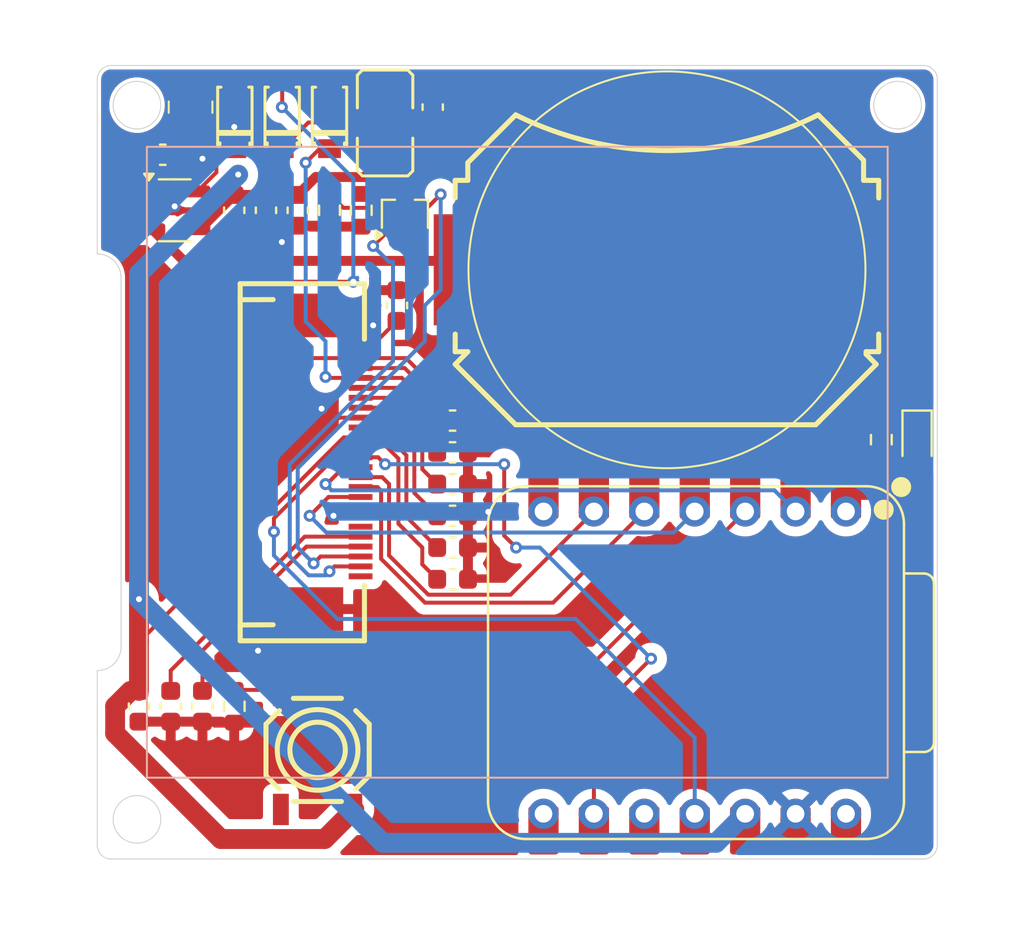
<source format=kicad_pcb>
(kicad_pcb (version 20241229) (generator "pcbnew") (generator_version "9.0")
  (layers (0 "F.Cu" signal) (2 "B.Cu" signal) (13 "F.Paste" user) (15 "B.Paste" user) (5 "F.SilkS" user "F.Silkscreen") (7 "B.SilkS" user "B.Silkscreen") (1 "F.Mask" user) (3 "B.Mask" user) (25 "Edge.Cuts" user))
  (net 0 "")
  (net 1 "BUSY")
  (net 2 "PREVGL")
  (net 3 "PREVGH")
  (net 4 "3.3V")
  (net 5 "Net-(D3-A)")
  (net 6 "SCKL")
  (net 7 "RST")
  (net 8 "SDI")
  (net 9 "CS")
  (net 10 "RESE")
  (net 11 "D{slash}C")
  (net 12 "GDR")
  (net 13 "Net-(U2-L)")
  (net 14 "BAT")
  (net 15 "Net-(D4-K)")
  (net 16 "Net-(D4-A)")
  (net 17 "Net-(D1-A)")
  (net 18 "Net-(SW1-K)")
  (net 21 "GND")
  (net 22 "Net-(C4-Pad2)")
  (net 23 "Net-(C5-Pad2)")
  (net 24 "Net-(C7-Pad2)")
  (net 25 "Net-(C8-Pad2)")
  (net 26 "Net-(C9-Pad2)")
  (net 27 "Net-(C11-Pad2)")
  (net 28 "Net-(C13-Pad2)")
  (footprint "LED_SMD:LED_0603_1608Metric" (layer "F.Cu") (at 138.8 116.38 -90)
    (property "Reference" "D4" (hide yes))
    (property "Value" "LED")
    (pad "1" smd roundrect (at -0.7875 0 270) (size 0.875 0.95) (layers "F.Cu" "F.Mask" "F.Paste") (net 15 "Net-(D4-K)"))
    (pad "2" smd roundrect (at 0.7875 0 270) (size 0.875 0.95) (layers "F.Cu" "F.Mask" "F.Paste") (net 16 "Net-(D4-A)"))
  )
  (footprint "Resistor_SMD:R_0603_1608Metric" (layer "F.Cu") (at 109.2 104.8 -90)
    (property "Reference" "R2" (hide yes))
    (property "Value" "10k")
    (pad "1" smd roundrect (at -0.825 0 270) (size 0.8 0.95) (layers "F.Cu" "F.Mask" "F.Paste") (net 12 "GDR"))
    (pad "2" smd roundrect (at 0.825 0 270) (size 0.8 0.95) (layers "F.Cu" "F.Mask" "F.Paste") (net 21 "GND"))
  )
  (footprint "MyLibrary:SOD-123_L2.8-W1.8-LS3.7-RD" (layer "F.Cu") (at 106.816 100 90)
    (property "Reference" "D2" (hide yes))
    (property "Value" "MBR0530" (hide yes))
    (pad "1" smd rect (at -1.692 0 90) (size 0.95 1.15) (layers "F.Cu" "F.Mask" "F.Paste") (net 17 "Net-(D1-A)"))
    (pad "2" smd rect (at 1.692 0 90) (size 0.95 1.15) (layers "F.Cu" "F.Mask" "F.Paste") (net 2 "PREVGL"))
  )
  (footprint "Capacitor_SMD:C_0603_1608Metric" (layer "F.Cu") (at 114.4 99.6 90)
    (property "Reference" "C1" (hide yes))
    (property "Value" "4.7uF")
    (pad "1" smd roundrect (at -0.775 0 90) (size 0.9 0.95) (layers "F.Cu" "F.Mask" "F.Paste") (net 17 "Net-(D1-A)"))
    (pad "2" smd roundrect (at 0.775 0 90) (size 0.9 0.95) (layers "F.Cu" "F.Mask" "F.Paste") (net 5 "Net-(D3-A)"))
  )
  (footprint "MyLibrary:SOD-123_L2.8-W1.8-LS3.7-RD" (layer "F.Cu") (at 104.432 100 90)
    (property "Reference" "D1" (hide yes))
    (property "Value" "MBR0530" (hide yes))
    (pad "1" smd rect (at -1.692 0 90) (size 0.95 1.15) (layers "F.Cu" "F.Mask" "F.Paste") (net 21 "GND"))
    (pad "2" smd rect (at 1.692 0 90) (size 0.95 1.15) (layers "F.Cu" "F.Mask" "F.Paste") (net 17 "Net-(D1-A)"))
  )
  (footprint "Resistor_SMD:R_0603_1608Metric" (layer "F.Cu") (at 104.4 129.8 90)
    (property "Reference" "R4" (hide yes))
    (property "Value" "10k")
    (pad "1" smd roundrect (at -0.825 0 90) (size 0.8 0.95) (layers "F.Cu" "F.Mask" "F.Paste") (net 21 "GND"))
    (pad "2" smd roundrect (at 0.825 0 90) (size 0.8 0.95) (layers "F.Cu" "F.Mask" "F.Paste") (net 18 "Net-(SW1-K)"))
  )
  (footprint "MyLibrary:BAT-SMD_MY-2032-08" (layer "F.Cu") (at 126.2 107.8 180)
    (property "Reference" "BT1" (hide yes))
    (property "Value" "Battery_Cell")
    (pad "1" smd rect (at -10.875 0 180) (size 1.75 5.6) (layers "F.Cu" "F.Mask" "F.Paste") (net 14 "BAT"))
    (pad "1" smd rect (at 10.875 0 180) (size 1.75 5.6) (layers "F.Cu" "F.Mask" "F.Paste") (net 14 "BAT"))
    (pad "2" smd circle (at 0 0 180) (size 10 10) (layers "F.Cu" "F.Mask" "F.Paste") (net 21 "GND"))
  )
  (footprint "Capacitor_SMD:C_0603_1608Metric" (layer "F.Cu") (at 115.4 115.4 180)
    (property "Reference" "C12" (hide yes))
    (property "Value" "1uF")
    (pad "1" smd roundrect (at -0.775 0 180) (size 0.9 0.95) (layers "F.Cu" "F.Mask" "F.Paste") (net 21 "GND"))
    (pad "2" smd roundrect (at 0.775 0 180) (size 0.9 0.95) (layers "F.Cu" "F.Mask" "F.Paste") (net 2 "PREVGL"))
  )
  (footprint "MyLibrary:IND-SMD_L2.5-W2.0-VLS252012CX-150M" (layer "F.Cu") (at 102.2 99.6 -90)
    (property "Reference" "L2" (hide yes))
    (property "Value" "4.7uH" (hide yes))
    (pad "1" smd rect (at -0.8299 0 270) (size 0.85 2) (layers "F.Cu" "F.Mask" "F.Paste") (net 13 "Net-(U2-L)"))
    (pad "2" smd rect (at 0.8299 0 270) (size 0.85 2) (layers "F.Cu" "F.Mask" "F.Paste") (net 14 "BAT"))
  )
  (footprint "Capacitor_SMD:C_0603_1608Metric" (layer "F.Cu") (at 104.4 104.8 -90)
    (property "Reference" "C15" (hide yes))
    (property "Value" "10uF")
    (pad "1" smd roundrect (at -0.775 0 270) (size 0.9 0.95) (layers "F.Cu" "F.Mask" "F.Paste") (net 4 "3.3V"))
    (pad "2" smd roundrect (at 0.775 0 270) (size 0.9 0.95) (layers "F.Cu" "F.Mask" "F.Paste") (net 21 "GND"))
  )
  (footprint "Capacitor_SMD:C_0603_1608Metric" (layer "F.Cu") (at 112.6 109.6 -90)
    (property "Reference" "C13" (hide yes))
    (property "Value" "1uF")
    (pad "1" smd roundrect (at -0.775 0 270) (size 0.9 0.95) (layers "F.Cu" "F.Mask" "F.Paste") (net 21 "GND"))
    (pad "2" smd roundrect (at 0.775 0 270) (size 0.9 0.95) (layers "F.Cu" "F.Mask" "F.Paste") (net 28 "Net-(C13-Pad2)"))
  )
  (footprint "Capacitor_SMD:C_0603_1608Metric" (layer "F.Cu") (at 115.4 117 180)
    (property "Reference" "C11" (hide yes))
    (property "Value" "1uF")
    (pad "1" smd roundrect (at -0.775 0 180) (size 0.9 0.95) (layers "F.Cu" "F.Mask" "F.Paste") (net 21 "GND"))
    (pad "2" smd roundrect (at 0.775 0 180) (size 0.9 0.95) (layers "F.Cu" "F.Mask" "F.Paste") (net 27 "Net-(C11-Pad2)"))
  )
  (footprint "Capacitor_SMD:C_0603_1608Metric" (layer "F.Cu") (at 107.6 104.8 -90)
    (property "Reference" "C2" (hide yes))
    (property "Value" "4.7uF")
    (pad "1" smd roundrect (at -0.775 0 270) (size 0.9 0.95) (layers "F.Cu" "F.Mask" "F.Paste") (net 4 "3.3V"))
    (pad "2" smd roundrect (at 0.775 0 270) (size 0.9 0.95) (layers "F.Cu" "F.Mask" "F.Paste") (net 21 "GND"))
  )
  (footprint "Resistor_SMD:R_0603_1608Metric" (layer "F.Cu") (at 110.8 104.8 -90)
    (property "Reference" "R1" (hide yes))
    (property "Value" "0.47")
    (pad "1" smd roundrect (at -0.825 0 270) (size 0.8 0.95) (layers "F.Cu" "F.Mask" "F.Paste") (net 10 "RESE"))
    (pad "2" smd roundrect (at 0.825 0 270) (size 0.8 0.95) (layers "F.Cu" "F.Mask" "F.Paste") (net 21 "GND"))
  )
  (footprint "MyLibrary:SOD-123_L2.8-W1.8-LS3.7-RD" (layer "F.Cu") (at 109.2 100 90)
    (property "Reference" "D3" (hide yes))
    (property "Value" "MBR0530" (hide yes))
    (pad "1" smd rect (at -1.692 0 90) (size 0.95 1.15) (layers "F.Cu" "F.Mask" "F.Paste") (net 3 "PREVGH"))
    (pad "2" smd rect (at 1.692 0 90) (size 0.95 1.15) (layers "F.Cu" "F.Mask" "F.Paste") (net 5 "Net-(D3-A)"))
  )
  (footprint "Package_TO_SOT_SMD:SOT-323_SC-70" (layer "F.Cu") (at 113 105 90)
    (property "Reference" "Q1" (hide yes))
    (property "Value" "SI1308EDL-VB")
    (pad "1" smd roundrect (at -1 -0.65) (size 0.45 0.7) (layers "F.Cu" "F.Mask" "F.Paste") (net 12 "GDR"))
    (pad "2" smd roundrect (at -1 0.65) (size 0.45 0.7) (layers "F.Cu" "F.Mask" "F.Paste") (net 10 "RESE"))
    (pad "3" smd roundrect (at 1 0) (size 0.45 0.7) (layers "F.Cu" "F.Mask" "F.Paste") (net 5 "Net-(D3-A)"))
  )
  (footprint "Seeed_XIAO:XIAO-nRF52840-DIP" (layer "F.Cu") (at 127.6 127.6 -90)
    (property "Reference" "U1" (hide yes))
    (property "Value" "XIAO-nRF52840-DIP")
    (pad "1" smd roundrect (at -8.455 -7.62 90) (size 2.432 1.524) (layers "F.Cu" "F.Mask") (roundrect_rratio 0.1) (net 16 "Net-(D4-A)"))
    (pad "1" thru_hole circle (at -7.62 -7.62 90) (size 1.524 1.524) (drill 0.889) (layers "*.Cu" "*.Mask") (net 16 "Net-(D4-A)"))
    (pad "2" smd roundrect (at -8.455 -5.08 90) (size 2.432 1.524) (layers "F.Cu" "F.Mask") (roundrect_rratio 0.1) (net 9 "CS"))
    (pad "2" thru_hole circle (at -7.62 -5.08 90) (size 1.524 1.524) (drill 0.889) (layers "*.Cu" "*.Mask") (net 9 "CS"))
    (pad "3" smd roundrect (at -8.455 -2.54 90) (size 2.432 1.524) (layers "F.Cu" "F.Mask") (roundrect_rratio 0.1) (net 18 "Net-(SW1-K)"))
    (pad "3" thru_hole circle (at -7.62 -2.54 90) (size 1.524 1.524) (drill 0.889) (layers "*.Cu" "*.Mask") (net 18 "Net-(SW1-K)"))
    (pad "4" smd roundrect (at -8.455 0 90) (size 2.432 1.524) (layers "F.Cu" "F.Mask") (roundrect_rratio 0.1) (net 1 "BUSY"))
    (pad "4" thru_hole circle (at -7.62 0 90) (size 1.524 1.524) (drill 0.889) (layers "*.Cu" "*.Mask") (net 1 "BUSY"))
    (pad "5" smd roundrect (at -8.455 2.54 90) (size 2.432 1.524) (layers "F.Cu" "F.Mask") (roundrect_rratio 0.1) (net 7 "RST"))
    (pad "5" thru_hole circle (at -7.62 2.54 90) (size 1.524 1.524) (drill 0.889) (layers "*.Cu" "*.Mask") (net 7 "RST"))
    (pad "6" smd roundrect (at -8.455 5.08 90) (size 2.432 1.524) (layers "F.Cu" "F.Mask") (roundrect_rratio 0.1) (net 11 "D{slash}C"))
    (pad "6" thru_hole circle (at -7.62 5.08 90) (size 1.524 1.524) (drill 0.889) (layers "*.Cu" "*.Mask") (net 11 "D{slash}C"))
    (pad "7" smd roundrect (at -8.455 7.62 90) (size 2.432 1.524) (layers "F.Cu" "F.Mask") (roundrect_rratio 0.1))
    (pad "7" thru_hole circle (at -7.62 7.62 90) (size 1.524 1.524) (drill 0.889) (layers "*.Cu" "*.Mask"))
    (pad "8" thru_hole circle (at 7.62 7.62 270) (size 1.524 1.524) (drill 0.889) (layers "*.Cu" "*.Mask"))
    (pad "8" smd roundrect (at 8.455 7.62 270) (size 2.432 1.524) (layers "F.Cu" "F.Mask") (roundrect_rratio 0.1))
    (pad "9" thru_hole circle (at 7.62 5.08 270) (size 1.524 1.524) (drill 0.889) (layers "*.Cu" "*.Mask") (net 6 "SCKL"))
    (pad "9" smd roundrect (at 8.455 5.08 270) (size 2.432 1.524) (layers "F.Cu" "F.Mask") (roundrect_rratio 0.1) (net 6 "SCKL"))
    (pad "10" thru_hole circle (at 7.62 2.54 270) (size 1.524 1.524) (drill 0.889) (layers "*.Cu" "*.Mask"))
    (pad "10" smd roundrect (at 8.455 2.54 270) (size 2.432 1.524) (layers "F.Cu" "F.Mask") (roundrect_rratio 0.1))
    (pad "11" thru_hole circle (at 7.62 0 270) (size 1.524 1.524) (drill 0.889) (layers "*.Cu" "*.Mask") (net 8 "SDI"))
    (pad "11" smd roundrect (at 8.455 0 270) (size 2.432 1.524) (layers "F.Cu" "F.Mask") (roundrect_rratio 0.1) (net 8 "SDI"))
    (pad "12" thru_hole circle (at 7.62 -2.54 270) (size 1.524 1.524) (drill 0.889) (layers "*.Cu" "*.Mask") (net 4 "3.3V"))
    (pad "12" smd roundrect (at 8.455 -2.54 270) (size 2.432 1.524) (layers "F.Cu" "F.Mask") (roundrect_rratio 0.1) (net 4 "3.3V"))
    (pad "13" thru_hole circle (at 7.62 -5.08 270) (size 1.524 1.524) (drill 0.889) (layers "*.Cu" "*.Mask") (net 21 "GND"))
    (pad "13" smd roundrect (at 8.455 -5.08 270) (size 2.432 1.524) (layers "F.Cu" "F.Mask") (roundrect_rratio 0.1) (net 21 "GND"))
    (pad "14" thru_hole circle (at 7.62 -7.62 270) (size 1.524 1.524) (drill 0.889) (layers "*.Cu" "*.Mask"))
    (pad "14" smd roundrect (at 8.455 -7.62 270) (size 2.432 1.524) (layers "F.Cu" "F.Mask") (roundrect_rratio 0.1))
  )
  (footprint "MyLibrary:C76843" (layer "F.Cu") (at 112 100.4 -90)
    (property "Reference" "L1" (hide yes))
    (property "Value" "68uH" (hide yes))
    (pad "1" smd rect (at -1.703 0 90) (size 1.474 2.22) (layers "F.Cu" "F.Mask" "F.Paste") (net 5 "Net-(D3-A)"))
    (pad "2" smd rect (at 1.703 0 90) (size 1.474 2.22) (layers "F.Cu" "F.Mask" "F.Paste") (net 4 "3.3V"))
  )
  (footprint "MyLibrary:SW-SMD_4P-L5.2-W5.2-P3.70-LS6.4" (layer "F.Cu") (at 108.6 132 -90)
    (property "Reference" "SW1" (hide yes))
    (property "Value" "SW_MEC_5E")
    (pad "1" smd rect (at -3 -1.85 270) (size 1.58 0.8) (layers "F.Cu" "F.Mask" "F.Paste"))
    (pad "2" smd rect (at 3 -1.85 270) (size 1.58 0.8) (layers "F.Cu" "F.Mask" "F.Paste") (net 4 "3.3V"))
    (pad "3" smd rect (at -3 1.85 270) (size 1.58 0.8) (layers "F.Cu" "F.Mask" "F.Paste") (net 18 "Net-(SW1-K)"))
    (pad "4" smd rect (at 3 1.85 270) (size 1.58 0.8) (layers "F.Cu" "F.Mask" "F.Paste"))
  )
  (footprint "Capacitor_SMD:C_0603_1608Metric" (layer "F.Cu") (at 106 104.8 90)
    (property "Reference" "C3" (hide yes))
    (property "Value" "1uF")
    (pad "1" smd roundrect (at -0.775 0 90) (size 0.9 0.95) (layers "F.Cu" "F.Mask" "F.Paste") (net 21 "GND"))
    (pad "2" smd roundrect (at 0.775 0 90) (size 0.9 0.95) (layers "F.Cu" "F.Mask" "F.Paste") (net 4 "3.3V"))
  )
  (footprint "Capacitor_SMD:C_0603_1608Metric" (layer "F.Cu") (at 101.2 129.8 90)
    (property "Reference" "C5" (hide yes))
    (property "Value" "1uF")
    (pad "1" smd roundrect (at -0.775 0 90) (size 0.9 0.95) (layers "F.Cu" "F.Mask" "F.Paste") (net 21 "GND"))
    (pad "2" smd roundrect (at 0.775 0 90) (size 0.9 0.95) (layers "F.Cu" "F.Mask" "F.Paste") (net 23 "Net-(C5-Pad2)"))
  )
  (footprint "MyLibrary:FPC-SMD_AFC07-S24ECA-00" (layer "F.Cu") (at 109.5 117.5 -90)
    (property "Reference" "FPC1" (hide yes))
    (property "Value" "~")
    (pad "1" smd rect (at -5.75 -1.266 90) (size 0.3 1.2) (layers "F.Cu" "F.Mask" "F.Paste") (net 28 "Net-(C13-Pad2)"))
    (pad "2" smd rect (at -5.2495 -1.266 90) (size 0.3 1.2) (layers "F.Cu" "F.Mask" "F.Paste") (net 2 "PREVGL"))
    (pad "3" smd rect (at -4.749 -1.266 90) (size 0.3 1.2) (layers "F.Cu" "F.Mask" "F.Paste") (net 27 "Net-(C11-Pad2)"))
    (pad "4" smd rect (at -4.2515 -1.266 90) (size 0.3 1.2) (layers "F.Cu" "F.Mask" "F.Paste") (net 3 "PREVGH"))
    (pad "5" smd rect (at -3.751 -1.266 90) (size 0.3 1.2) (layers "F.Cu" "F.Mask" "F.Paste") (net 26 "Net-(C9-Pad2)"))
    (pad "6" smd rect (at -3.2505 -1.266 90) (size 0.3 1.2) (layers "F.Cu" "F.Mask" "F.Paste") (net 25 "Net-(C8-Pad2)"))
    (pad "7" smd rect (at -2.75 -1.266 90) (size 0.3 1.2) (layers "F.Cu" "F.Mask" "F.Paste") (net 24 "Net-(C7-Pad2)"))
    (pad "8" smd rect (at -2.25 -1.266 90) (size 0.3 1.2) (layers "F.Cu" "F.Mask" "F.Paste") (net 21 "GND"))
    (pad "9" smd rect (at -1.7495 -1.266 90) (size 0.3 1.2) (layers "F.Cu" "F.Mask" "F.Paste") (net 4 "3.3V"))
    (pad "10" smd rect (at -1.2505 -1.266 90) (size 0.3 1.2) (layers "F.Cu" "F.Mask" "F.Paste") (net 4 "3.3V"))
    (pad "11" smd rect (at -0.75 -1.266 90) (size 0.3 1.2) (layers "F.Cu" "F.Mask" "F.Paste") (net 8 "SDI"))
    (pad "12" smd rect (at -0.251 -1.266 90) (size 0.3 1.2) (layers "F.Cu" "F.Mask" "F.Paste") (net 6 "SCKL"))
    (pad "13" smd rect (at 0.2495 -1.266 90) (size 0.3 1.2) (layers "F.Cu" "F.Mask" "F.Paste") (net 9 "CS"))
    (pad "14" smd rect (at 0.75 -1.266 90) (size 0.3 1.2) (layers "F.Cu" "F.Mask" "F.Paste") (net 11 "D{slash}C"))
    (pad "15" smd rect (at 1.2505 -1.266 90) (size 0.3 1.2) (layers "F.Cu" "F.Mask" "F.Paste") (net 7 "RST"))
    (pad "16" smd rect (at 1.7505 -1.266 90) (size 0.3 1.2) (layers "F.Cu" "F.Mask" "F.Paste") (net 1 "BUSY"))
    (pad "17" smd rect (at 2.25 -1.266 90) (size 0.3 1.2) (layers "F.Cu" "F.Mask" "F.Paste") (net 21 "GND"))
    (pad "18" smd rect (at 2.749 -1.266 90) (size 0.3 1.2) (layers "F.Cu" "F.Mask" "F.Paste"))
    (pad "19" smd rect (at 3.2495 -1.266 90) (size 0.3 1.2) (layers "F.Cu" "F.Mask" "F.Paste"))
    (pad "20" smd rect (at 3.7495 -1.266 90) (size 0.3 1.2) (layers "F.Cu" "F.Mask" "F.Paste") (net 23 "Net-(C5-Pad2)"))
    (pad "21" smd rect (at 4.25 -1.266 90) (size 0.3 1.2) (layers "F.Cu" "F.Mask" "F.Paste") (net 22 "Net-(C4-Pad2)"))
    (pad "22" smd rect (at 4.7505 -1.266 90) (size 0.3 1.2) (layers "F.Cu" "F.Mask" "F.Paste") (net 10 "RESE"))
    (pad "23" smd rect (at 5.251 -1.266 90) (size 0.3 1.2) (layers "F.Cu" "F.Mask" "F.Paste") (net 12 "GDR"))
    (pad "24" smd rect (at 5.75 -1.266 90) (size 0.3 1.2) (layers "F.Cu" "F.Mask" "F.Paste"))
    (pad "25" smd rect (at -7.401 1.266 270) (size 2.2 3.3) (layers "F.Cu" "F.Mask" "F.Paste") (net 21 "GND"))
    (pad "26" smd rect (at 7.401 1.2595 90) (size 2.2 3.3) (layers "F.Cu" "F.Mask" "F.Paste") (net 21 "GND"))
  )
  (footprint "Capacitor_SMD:C_0603_1608Metric" (layer "F.Cu") (at 115.4 123.4 180)
    (property "Reference" "C7" (hide yes))
    (property "Value" "1uF")
    (pad "1" smd roundrect (at -0.775 0 180) (size 0.9 0.95) (layers "F.Cu" "F.Mask" "F.Paste") (net 21 "GND"))
    (pad "2" smd roundrect (at 0.775 0 180) (size 0.9 0.95) (layers "F.Cu" "F.Mask" "F.Paste") (net 24 "Net-(C7-Pad2)"))
  )
  (footprint "Resistor_SMD:R_0603_1608Metric" (layer "F.Cu") (at 137 116.36 90)
    (property "Reference" "R3" (hide yes))
    (property "Value" "470")
    (pad "1" smd roundrect (at -0.825 0 90) (size 0.8 0.95) (layers "F.Cu" "F.Mask" "F.Paste") (net 21 "GND"))
    (pad "2" smd roundrect (at 0.825 0 90) (size 0.8 0.95) (layers "F.Cu" "F.Mask" "F.Paste") (net 15 "Net-(D4-K)"))
  )
  (footprint "Capacitor_SMD:C_0603_1608Metric" (layer "F.Cu") (at 115.4 121.8 180)
    (property "Reference" "C8" (hide yes))
    (property "Value" "1uF")
    (pad "1" smd roundrect (at -0.775 0 180) (size 0.9 0.95) (layers "F.Cu" "F.Mask" "F.Paste") (net 21 "GND"))
    (pad "2" smd roundrect (at 0.775 0 180) (size 0.9 0.95) (layers "F.Cu" "F.Mask" "F.Paste") (net 25 "Net-(C8-Pad2)"))
  )
  (footprint "Capacitor_SMD:C_0603_1608Metric" (layer "F.Cu") (at 102.8 129.8 90)
    (property "Reference" "C4" (hide yes))
    (property "Value" "1uF")
    (pad "1" smd roundrect (at -0.775 0 90) (size 0.9 0.95) (layers "F.Cu" "F.Mask" "F.Paste") (net 21 "GND"))
    (pad "2" smd roundrect (at 0.775 0 90) (size 0.9 0.95) (layers "F.Cu" "F.Mask" "F.Paste") (net 22 "Net-(C4-Pad2)"))
  )
  (footprint "Package_TO_SOT_SMD:SOT-23-5" (layer "F.Cu") (at 101.4 104.8)
    (property "Reference" "U2" (hide yes))
    (property "Value" "TI TPS61097A-33DBVR")
    (pad "1" smd roundrect (at -1.1375 -0.95) (size 1.325 0.6) (layers "F.Cu" "F.Mask" "F.Paste") (net 14 "BAT"))
    (pad "2" smd roundrect (at -1.1375 0) (size 1.325 0.6) (layers "F.Cu" "F.Mask" "F.Paste") (net 21 "GND"))
    (pad "3" smd roundrect (at -1.1375 0.95) (size 1.325 0.6) (layers "F.Cu" "F.Mask" "F.Paste") (net 14 "BAT"))
    (pad "4" smd roundrect (at 1.1375 0.95) (size 1.325 0.6) (layers "F.Cu" "F.Mask" "F.Paste") (net 4 "3.3V"))
    (pad "5" smd roundrect (at 1.1375 -0.95) (size 1.325 0.6) (layers "F.Cu" "F.Mask" "F.Paste") (net 13 "Net-(U2-L)"))
  )
  (footprint "Capacitor_SMD:C_0603_1608Metric" (layer "F.Cu") (at 115.4 118.6 180)
    (property "Reference" "C10" (hide yes))
    (property "Value" "1uF")
    (pad "1" smd roundrect (at -0.775 0 180) (size 0.9 0.95) (layers "F.Cu" "F.Mask" "F.Paste") (net 21 "GND"))
    (pad "2" smd roundrect (at 0.775 0 180) (size 0.9 0.95) (layers "F.Cu" "F.Mask" "F.Paste") (net 3 "PREVGH"))
  )
  (footprint "Capacitor_SMD:C_0603_1608Metric" (layer "F.Cu") (at 100.8 102 180)
    (property "Reference" "C14" (hide yes))
    (property "Value" "10uF")
    (pad "1" smd roundrect (at -0.775 0 180) (size 0.9 0.95) (layers "F.Cu" "F.Mask" "F.Paste") (net 14 "BAT"))
    (pad "2" smd roundrect (at 0.775 0 180) (size 0.9 0.95) (layers "F.Cu" "F.Mask" "F.Paste") (net 21 "GND"))
  )
  (footprint "Capacitor_SMD:C_0603_1608Metric" (layer "F.Cu") (at 115.4 120.2 180)
    (property "Reference" "C9" (hide yes))
    (property "Value" "1uF")
    (pad "1" smd roundrect (at -0.775 0 180) (size 0.9 0.95) (layers "F.Cu" "F.Mask" "F.Paste") (net 21 "GND"))
    (pad "2" smd roundrect (at 0.775 0 180) (size 0.9 0.95) (layers "F.Cu" "F.Mask" "F.Paste") (net 26 "Net-(C9-Pad2)"))
  )
  (footprint "Capacitor_SMD:C_0603_1608Metric" (layer "F.Cu") (at 99.6 129.8 90)
    (property "Reference" "C6" (hide yes))
    (property "Value" "1uF")
    (pad "1" smd roundrect (at -0.775 0 90) (size 0.9 0.95) (layers "F.Cu" "F.Mask" "F.Paste") (net 21 "GND"))
    (pad "2" smd roundrect (at 0.775 0 90) (size 0.9 0.95) (layers "F.Cu" "F.Mask" "F.Paste") (net 4 "3.3V"))
  )
  (gr_rect (start 100 101.6) (end 137.32 133.4) (stroke (width 0.1)) (fill no) (layer "B.SilkS"))
  (gr_line (start 139.12 97.5) (end 98.2 97.5) (stroke (width 0.05)) (layer "Edge.Cuts"))
  (gr_arc (start 139.82 136.8) (mid 139.614975 137.294975) (end 139.12 137.5) (stroke (width 0.05)) (layer "Edge.Cuts"))
  (gr_line (start 98.7 126.8) (end 98.7 108.2) (stroke (width 0.05)) (layer "Edge.Cuts"))
  (gr_line (start 139.82 136.8) (end 139.82 98.2) (stroke (width 0.05)) (layer "Edge.Cuts"))
  (gr_arc (start 97.5 107) (mid 98.348528 107.351472) (end 98.7 108.2) (stroke (width 0.05)) (layer "Edge.Cuts"))
  (gr_circle (center 99.5 135.5) (end 100.7 135.5) (stroke (width 0.05)) (fill no) (layer "Edge.Cuts"))
  (gr_circle (center 99.5 99.5) (end 100.7 99.5) (stroke (width 0.05)) (fill no) (layer "Edge.Cuts"))
  (gr_arc (start 98.7 126.8) (mid 98.348528 127.648528) (end 97.5 128) (stroke (width 0.05)) (layer "Edge.Cuts"))
  (gr_arc (start 98.2 137.5) (mid 97.705025 137.294975) (end 97.5 136.8) (stroke (width 0.05)) (layer "Edge.Cuts"))
  (gr_arc (start 139.12 97.5) (mid 139.614975 97.705025) (end 139.82 98.2) (stroke (width 0.05)) (layer "Edge.Cuts"))
  (gr_arc (start 97.5 98.2) (mid 97.705025 97.705025) (end 98.2 97.5) (stroke (width 0.05)) (layer "Edge.Cuts"))
  (gr_line (start 98.2 137.5) (end 139.12 137.5) (stroke (width 0.05)) (layer "Edge.Cuts"))
  (gr_line (start 97.5 136.8) (end 97.5 128) (stroke (width 0.05)) (layer "Edge.Cuts"))
  (gr_circle (center 137.82 99.5) (end 139.02 99.5) (stroke (width 0.05)) (fill no) (layer "Edge.Cuts"))
  (gr_line (start 97.5 107) (end 97.5 98.2) (stroke (width 0.05)) (layer "Edge.Cuts"))
  (segment (start 109.1495 119.2505) (end 110.766 119.2505) (width 0.2) (layer "F.Cu") (net 1))
  (segment (start 108.2 120.2) (end 109.1495 119.2505) (width 0.2) (layer "F.Cu") (net 1))
  (via (at 108.2 120.2) (size 0.6) (drill 0.3) (layers "F.Cu" "B.Cu") (net 1))
  (segment (start 109.043 121.043) (end 126.537 121.043) (width 0.2) (layer "B.Cu") (net 1))
  (segment (start 108.2 120.2) (end 109.043 121.043) (width 0.2) (layer "B.Cu") (net 1))
  (segment (start 126.537 121.043) (end 127.6 119.98) (width 0.2) (layer "B.Cu") (net 1))
  (segment (start 114.625 115.4) (end 113.8 114.575) (width 0.2) (layer "F.Cu") (net 2))
  (segment (start 106.283 111.5) (end 107.0335 112.2505) (width 0.2) (layer "F.Cu") (net 2))
  (segment (start 107.0335 112.2505) (end 110.766 112.2505) (width 0.2) (layer "F.Cu") (net 2))
  (segment (start 106.816 99.584) (end 106.8 99.6) (width 0.2) (layer "F.Cu") (net 2))
  (segment (start 106.581 108.4) (end 110.4 108.4) (width 0.2) (layer "F.Cu") (net 2))
  (segment (start 113.8 114.575) (end 113.8 113) (width 0.2) (layer "F.Cu") (net 2))
  (segment (start 113.0505 112.2505) (end 110.766 112.2505) (width 0.2) (layer "F.Cu") (net 2))
  (segment (start 106.816 98.308) (end 106.816 99.584) (width 0.2) (layer "F.Cu") (net 2))
  (segment (start 106.283 108.698) (end 106.581 108.4) (width 0.2) (layer "F.Cu") (net 2))
  (segment (start 106.283 111.5) (end 106.283 108.698) (width 0.2) (layer "F.Cu") (net 2))
  (segment (start 113.8 113) (end 113.0505 112.2505) (width 0.2) (layer "F.Cu") (net 2))
  (via (at 110.4 108.4) (size 0.6) (drill 0.3) (layers "F.Cu" "B.Cu") (net 2))
  (via (at 106.8 99.6) (size 0.6) (drill 0.3) (layers "F.Cu" "B.Cu") (net 2))
  (segment (start 106.8 99.6) (end 110.4 103.2) (width 0.2) (layer "B.Cu") (net 2))
  (segment (start 110.6 108.2) (end 110.4 108.4) (width 0.2) (layer "B.Cu") (net 2))
  (segment (start 110.4 103.2) (end 110.4 108.4) (width 0.2) (layer "B.Cu") (net 2))
  (segment (start 109 113.2) (end 109.0485 113.2485) (width 0.2) (layer "F.Cu") (net 3))
  (segment (start 109.2 101.692) (end 108.708 101.692) (width 0.2) (layer "F.Cu") (net 3))
  (segment (start 112.8465 113.2485) (end 112.998 113.4) (width 0.2) (layer "F.Cu") (net 3))
  (segment (start 113.874 117.849) (end 114.625 118.6) (width 0.2) (layer "F.Cu") (net 3))
  (segment (start 112.998 113.4) (end 112.998 115.9401) (width 0.2) (layer "F.Cu") (net 3))
  (segment (start 113.874 116.8161) (end 113.874 117.849) (width 0.2) (layer "F.Cu") (net 3))
  (segment (start 110.766 113.2485) (end 112.8465 113.2485) (width 0.2) (layer "F.Cu") (net 3))
  (segment (start 109.0485 113.2485) (end 110.766 113.2485) (width 0.2) (layer "F.Cu") (net 3))
  (segment (start 112.998 115.9401) (end 113.874 116.8161) (width 0.2) (layer "F.Cu") (net 3))
  (segment (start 108.708 101.692) (end 108 102.4) (width 0.2) (layer "F.Cu") (net 3))
  (via (at 109 113.2) (size 0.6) (drill 0.3) (layers "F.Cu" "B.Cu") (net 3))
  (via (at 108 102.4) (size 0.6) (drill 0.3) (layers "F.Cu" "B.Cu") (net 3))
  (segment (start 108 110.4) (end 109 111.4) (width 0.2) (layer "B.Cu") (net 3))
  (segment (start 109 111.4) (end 109 113.2) (width 0.2) (layer "B.Cu") (net 3))
  (segment (start 108 102.4) (end 108 110.4) (width 0.2) (layer "B.Cu") (net 3))
  (segment (start 110.766 115.7505) (end 110.766 116.2495) (width 0.2) (layer "F.Cu") (net 4))
  (segment (start 104.4 104.025) (end 104.4 103.2) (width 0.5) (layer "F.Cu") (net 4))
  (segment (start 108.959 136.491) (end 110.45 135) (width 1) (layer "F.Cu") (net 4))
  (segment (start 99.6 124.4) (end 99.6 126.564) (width 1) (layer "F.Cu") (net 4))
  (segment (start 104.4 103.2) (end 104.6 103) (width 0.5) (layer "F.Cu") (net 4))
  (segment (start 103.725204 136.491) (end 108.959 136.491) (width 1) (layer "F.Cu") (net 4))
  (segment (start 98.4 129.8) (end 98.4 131.165796) (width 1) (layer "F.Cu") (net 4))
  (segment (start 102.5375 105.75) (end 102.675 105.75) (width 0.5) (layer "F.Cu") (net 4))
  (segment (start 99.6 129.025) (end 99.6 126.564) (width 1) (layer "F.Cu") (net 4))
  (segment (start 109.9145 116.2495) (end 110.766 116.2495) (width 0.2) (layer "F.Cu") (net 4))
  (segment (start 102.675 105.75) (end 104.4 104.025) (width 0.5) (layer "F.Cu") (net 4))
  (segment (start 107.6 104.025) (end 104.4 104.025) (width 0.5) (layer "F.Cu") (net 4))
  (segment (start 99.175 129.025) (end 99.6 129.025) (width 0.2) (layer "F.Cu") (net 4))
  (segment (start 99.175 129.025) (end 98.4 129.8) (width 1) (layer "F.Cu") (net 4))
  (segment (start 108.501 103.124) (end 107.6 104.025) (width 0.5) (layer "F.Cu") (net 4))
  (segment (start 99.6 126.564) (end 109.9145 116.2495) (width 0.2) (layer "F.Cu") (net 4))
  (segment (start 112 102.103) (end 110.979 103.124) (width 0.5) (layer "F.Cu") (net 4))
  (segment (start 110.979 103.124) (end 108.501 103.124) (width 0.5) (layer "F.Cu") (net 4))
  (segment (start 98.4 131.165796) (end 103.725204 136.491) (width 1) (layer "F.Cu") (net 4))
  (via (at 99.6 124.4) (size 0.6) (drill 0.3) (layers "F.Cu" "B.Cu") (net 4))
  (via (at 104.6 103) (size 0.6) (drill 0.3) (layers "F.Cu" "B.Cu") (net 4))
  (segment (start 111.883 136.683) (end 128.677 136.683) (width 1) (layer "B.Cu") (net 4))
  (segment (start 99.6 124.4) (end 99.6 108) (width 1) (layer "B.Cu") (net 4))
  (segment (start 128.677 136.683) (end 130.14 135.22) (width 1) (layer "B.Cu") (net 4))
  (segment (start 99.6 108) (end 104.6 103) (width 1) (layer "B.Cu") (net 4))
  (segment (start 99.6 124.4) (end 111.883 136.683) (width 1) (layer "B.Cu") (net 4))
  (segment (start 112 98.697) (end 114.272 98.697) (width 0.2) (layer "F.Cu") (net 5))
  (segment (start 114.272 98.697) (end 114.4 98.825) (width 0.2) (layer "F.Cu") (net 5))
  (segment (start 114.4 98.825) (end 115.176 99.601) (width 0.2) (layer "F.Cu") (net 5))
  (segment (start 112 98.697) (end 109.589 98.697) (width 0.2) (layer "F.Cu") (net 5))
  (segment (start 109.589 98.697) (end 109.2 98.308) (width 0.2) (layer "F.Cu") (net 5))
  (segment (start 115.176 99.601) (end 115.176 101.824) (width 0.2) (layer "F.Cu") (net 5))
  (segment (start 115.176 101.824) (end 113 104) (width 0.2) (layer "F.Cu") (net 5))
  (segment (start 125.4 127.4) (end 122.52 130.28) (width 0.2) (layer "F.Cu") (net 6))
  (segment (start 118 117.6) (end 118 121.2) (width 0.2) (layer "F.Cu") (net 6))
  (segment (start 118 121.2) (end 118.6 121.8) (width 0.2) (layer "F.Cu") (net 6))
  (segment (start 122.52 130.28) (end 122.52 135.22) (width 0.2) (layer "F.Cu") (net 6))
  (segment (start 111.649 117.249) (end 110.766 117.249) (width 0.2) (layer "F.Cu") (net 6))
  (segment (start 112 117.6) (end 111.649 117.249) (width 0.2) (layer "F.Cu") (net 6))
  (via (at 118 117.6) (size 0.6) (drill 0.3) (layers "F.Cu" "B.Cu") (net 6))
  (via (at 112 117.6) (size 0.6) (drill 0.3) (layers "F.Cu" "B.Cu") (net 6))
  (via (at 125.4 127.4) (size 0.6) (drill 0.3) (layers "F.Cu" "B.Cu") (net 6))
  (via (at 118.6 121.8) (size 0.6) (drill 0.3) (layers "F.Cu" "B.Cu") (net 6))
  (segment (start 119.8 121.8) (end 125.4 127.4) (width 0.2) (layer "B.Cu") (net 6))
  (segment (start 118.6 121.8) (end 119.8 121.8) (width 0.2) (layer "B.Cu") (net 6))
  (segment (start 112 117.6) (end 118 117.6) (width 0.2) (layer "B.Cu") (net 6))
  (segment (start 111.618 118.7505) (end 111.799 118.9315) (width 0.2) (layer "F.Cu") (net 7))
  (segment (start 111.799 118.9315) (end 111.799 122.36621) (width 0.2) (layer "F.Cu") (net 7))
  (segment (start 110.766 118.7505) (end 111.618 118.7505) (width 0.2) (layer "F.Cu") (net 7))
  (segment (start 111.799 122.36621) (end 114.00979 124.577) (width 0.2) (layer "F.Cu") (net 7))
  (segment (start 120.463 124.577) (end 125.06 119.98) (width 0.2) (layer "F.Cu") (net 7))
  (segment (start 114.00979 124.577) (end 120.463 124.577) (width 0.2) (layer "F.Cu") (net 7))
  (segment (start 110.766 116.75) (end 109.9811 116.75) (width 0.2) (layer "F.Cu") (net 8))
  (segment (start 106.4 120.3311) (end 106.4 121) (width 0.2) (layer "F.Cu") (net 8))
  (segment (start 109.9811 116.75) (end 106.4 120.3311) (width 0.2) (layer "F.Cu") (net 8))
  (via (at 106.4 121) (size 0.6) (drill 0.3) (layers "F.Cu" "B.Cu") (net 8))
  (segment (start 106.4 122.2) (end 109.6 125.4) (width 0.2) (layer "B.Cu") (net 8))
  (segment (start 121.6 125.4) (end 127.6 131.4) (width 0.2) (layer "B.Cu") (net 8))
  (segment (start 109.6 125.4) (end 121.6 125.4) (width 0.2) (layer "B.Cu") (net 8))
  (segment (start 127.6 131.4) (end 127.6 135.22) (width 0.2) (layer "B.Cu") (net 8))
  (segment (start 106.4 121) (end 106.4 122.2) (width 0.2) (layer "B.Cu") (net 8))
  (segment (start 110.766 117.7495) (end 109.9145 117.7495) (width 0.2) (layer "F.Cu") (net 9))
  (segment (start 109.9145 117.7495) (end 109 118.664) (width 0.2) (layer "F.Cu") (net 9))
  (via (at 109 118.6) (size 0.6) (drill 0.3) (layers "F.Cu" "B.Cu") (net 9))
  (segment (start 109 118.6) (end 109.283 118.883) (width 0.2) (layer "B.Cu") (net 9))
  (segment (start 109.283 118.917) (end 131.617 118.917) (width 0.2) (layer "B.Cu") (net 9))
  (segment (start 109.283 118.883) (end 109.283 118.917) (width 0.2) (layer "B.Cu") (net 9))
  (segment (start 131.617 118.917) (end 132.68 119.98) (width 0.2) (layer "B.Cu") (net 9))
  (segment (start 110.766 122.2505) (end 108.7495 122.2505) (width 0.2) (layer "F.Cu") (net 10))
  (segment (start 108.7495 122.2505) (end 108.4 122.6) (width 0.2) (layer "F.Cu") (net 10))
  (segment (start 111.625 103.975) (end 113.65 106) (width 0.2) (layer "F.Cu") (net 10))
  (segment (start 113.65 105.15) (end 114.8 104) (width 0.2) (layer "F.Cu") (net 10))
  (segment (start 110.8 103.975) (end 111.625 103.975) (width 0.2) (layer "F.Cu") (net 10))
  (segment (start 113.65 106) (end 113.65 105.15) (width 0.2) (layer "F.Cu") (net 10))
  (via (at 114.8 104) (size 0.6) (drill 0.3) (layers "F.Cu" "B.Cu") (net 10))
  (via (at 108.4 122.6) (size 0.6) (drill 0.3) (layers "F.Cu" "B.Cu") (net 10))
  (segment (start 107.599 117.801) (end 114 111.4) (width 0.2) (layer "B.Cu") (net 10))
  (segment (start 114 111.4) (end 114 109.6) (width 0.2) (layer "B.Cu") (net 10))
  (segment (start 108.4 122.6) (end 107.599 121.799) (width 0.2) (layer "B.Cu") (net 10))
  (segment (start 107.599 121.799) (end 107.599 117.801) (width 0.2) (layer "B.Cu") (net 10))
  (segment (start 114.8 104) (end 114.8 108.8) (width 0.2) (layer "B.Cu") (net 10))
  (segment (start 114.8 108.8) (end 114 109.6) (width 0.2) (layer "B.Cu") (net 10))
  (segment (start 112.2 122.20011) (end 112.2 118.6) (width 0.2) (layer "F.Cu") (net 11))
  (segment (start 122.52 119.98) (end 118.324 124.176) (width 0.2) (layer "F.Cu") (net 11))
  (segment (start 111.85 118.25) (end 110.766 118.25) (width 0.2) (layer "F.Cu") (net 11))
  (segment (start 118.324 124.176) (end 114.17589 124.176) (width 0.2) (layer "F.Cu") (net 11))
  (segment (start 114.17589 124.176) (end 112.2 122.20011) (width 0.2) (layer "F.Cu") (net 11))
  (segment (start 112.2 118.6) (end 111.85 118.25) (width 0.2) (layer "F.Cu") (net 11))
  (segment (start 112.35 105.737936) (end 111.288064 104.676) (width 0.2) (layer "F.Cu") (net 12))
  (segment (start 112 106) (end 111.4 106.6) (width 0.2) (layer "F.Cu") (net 12))
  (segment (start 110.766 122.751) (end 109.449 122.751) (width 0.2) (layer "F.Cu") (net 12))
  (segment (start 109.449 122.751) (end 109.2 123) (width 0.2) (layer "F.Cu") (net 12))
  (segment (start 112.35 106) (end 112.35 105.737936) (width 0.2) (layer "F.Cu") (net 12))
  (segment (start 109.901 104.676) (end 109.2 103.975) (width 0.2) (layer "F.Cu") (net 12))
  (segment (start 111.288064 104.676) (end 109.901 104.676) (width 0.2) (layer "F.Cu") (net 12))
  (segment (start 112.35 106) (end 112 106) (width 0.2) (layer "F.Cu") (net 12))
  (via (at 111.4 106.6) (size 0.6) (drill 0.3) (layers "F.Cu" "B.Cu") (net 12))
  (via (at 109.2 123) (size 0.6) (drill 0.3) (layers "F.Cu" "B.Cu") (net 12))
  (segment (start 108.999 123.201) (end 108.151057 123.201) (width 0.2) (layer "B.Cu") (net 12))
  (segment (start 112.2 107.4) (end 112.4 107.4) (width 0.2) (layer "B.Cu") (net 12))
  (segment (start 112.4 107.4) (end 112.4 112.4) (width 0.2) (layer "B.Cu") (net 12))
  (segment (start 108.151057 123.201) (end 107.198 122.247943) (width 0.2) (layer "B.Cu") (net 12))
  (segment (start 109.2 123) (end 108.999 123.201) (width 0.2) (layer "B.Cu") (net 12))
  (segment (start 107.198 122.247943) (end 107.198 117.602) (width 0.2) (layer "B.Cu") (net 12))
  (segment (start 107.198 117.602) (end 112.4 112.4) (width 0.2) (layer "B.Cu") (net 12))
  (segment (start 111.4 106.6) (end 112.2 107.4) (width 0.2) (layer "B.Cu") (net 12))
  (segment (start 102.5375 103.85) (end 103.501 102.8865) (width 0.2) (layer "F.Cu") (net 13))
  (segment (start 102.775 98.7701) (end 102.2 98.7701) (width 0.2) (layer "F.Cu") (net 13))
  (segment (start 103.501 102.8865) (end 103.501 99.4961) (width 0.2) (layer "F.Cu") (net 13))
  (segment (start 103.501 99.4961) (end 102.775 98.7701) (width 0.2) (layer "F.Cu") (net 13))
  (segment (start 99.149 105.2031) (end 99.149 104.301001) (width 0.5) (layer "F.Cu") (net 14))
  (segment (start 99.6959 105.75) (end 99.149 105.2031) (width 0.5) (layer "F.Cu") (net 14))
  (segment (start 100.2625 103.85) (end 100.2625 103.3125) (width 0.5) (layer "F.Cu") (net 14))
  (segment (start 114.876 107.351) (end 115.325 107.8) (width 0.5) (layer "F.Cu") (net 14))
  (segment (start 101.8635 107.351) (end 114.876 107.351) (width 0.5) (layer "F.Cu") (net 14))
  (segment (start 114.774 107.249) (end 115.325 107.8) (width 0.5) (layer "F.Cu") (net 14))
  (segment (start 100.2625 105.75) (end 99.6959 105.75) (width 0.5) (layer "F.Cu") (net 14))
  (segment (start 136.8 107.8) (end 137.075 107.8) (width 1) (layer "F.Cu") (net 14))
  (segment (start 100.2625 103.3125) (end 101.575 102) (width 0.5) (layer "F.Cu") (net 14))
  (segment (start 99.600001 103.85) (end 100.2625 103.85) (width 0.5) (layer "F.Cu") (net 14))
  (segment (start 102.2 100.4299) (end 102.2 101.375) (width 0.5) (layer "F.Cu") (net 14))
  (segment (start 99.149 104.301001) (end 99.600001 103.85) (width 0.5) (layer "F.Cu") (net 14))
  (segment (start 115.325 107.8) (end 121.725 101.4) (width 1) (layer "F.Cu") (net 14))
  (segment (start 100.2625 105.75) (end 101.8635 107.351) (width 0.5) (layer "F.Cu") (net 14))
  (segment (start 130.4 101.4) (end 136.8 107.8) (width 1) (layer "F.Cu") (net 14))
  (segment (start 121.725 101.4) (end 130.4 101.4) (width 1) (layer "F.Cu") (net 14))
  (segment (start 102.2 101.375) (end 101.575 102) (width 0.5) (layer "F.Cu") (net 14))
  (segment (start 137.0575 115.5925) (end 137 115.535) (width 0.5) (layer "F.Cu") (net 15))
  (segment (start 138.8 115.5925) (end 137.0575 115.5925) (width 0.5) (layer "F.Cu") (net 15))
  (segment (start 136.8225 119.145) (end 135.22 119.145) (width 0.5) (layer "F.Cu") (net 16))
  (segment (start 138.8 117.1675) (end 136.8225 119.145) (width 0.5) (layer "F.Cu") (net 16))
  (segment (start 114.4 100.375) (end 108.133 100.375) (width 0.2) (layer "F.Cu") (net 17))
  (segment (start 108.133 100.375) (end 106.816 101.692) (width 0.2) (layer "F.Cu") (net 17))
  (segment (start 104.432 99.308) (end 106.816 101.692) (width 0.2) (layer "F.Cu") (net 17))
  (segment (start 104.432 98.308) (end 104.432 99.308) (width 0.2) (layer "F.Cu") (net 17))
  (segment (start 108.35 127.4) (end 122.72 127.4) (width 0.2) (layer "F.Cu") (net 18))
  (segment (start 106.75 129) (end 108.35 127.4) (width 0.2) (layer "F.Cu") (net 18))
  (segment (start 122.72 127.4) (end 130.14 119.98) (width 0.2) (layer "F.Cu") (net 18))
  (segment (start 106.725 128.975) (end 106.75 129) (width 0.2) (layer "F.Cu") (net 18))
  (segment (start 104.4 128.975) (end 106.725 128.975) (width 0.2) (layer "F.Cu") (net 18))
  (segment (start 106 105.6) (end 106.8 106.4) (width 0.2) (layer "F.Cu") (net 21))
  (segment (start 100.2625 104.8) (end 101.2 104.8) (width 0.2) (layer "F.Cu") (net 21))
  (segment (start 107.6 105.575) (end 107.6 105.6) (width 0.2) (layer "F.Cu") (net 21))
  (segment (start 109.85 119.75) (end 109.4 120.2) (width 0.2) (layer "F.Cu") (net 21))
  (segment (start 106 105.575) (end 106 105.6) (width 0.2) (layer "F.Cu") (net 21))
  (segment (start 110.766 119.75) (end 109.85 119.75) (width 0.2) (layer "F.Cu") (net 21))
  (segment (start 107.6 105.6) (end 106.8 106.4) (width 0.2) (layer "F.Cu") (net 21))
  (segment (start 109.25 115.25) (end 108.8 114.8) (width 0.2) (layer "F.Cu") (net 21))
  (segment (start 101.4 104.6) (end 101.4 103.6) (width 0.2) (layer "F.Cu") (net 21))
  (segment (start 101.4 103.6) (end 102.8 102.2) (width 0.2) (layer "F.Cu") (net 21))
  (segment (start 101.2 104.8) (end 101.4 104.6) (width 0.2) (layer "F.Cu") (net 21))
  (segment (start 110.766 115.25) (end 109.25 115.25) (width 0.2) (layer "F.Cu") (net 21))
  (via (at 105.6 127) (size 0.6) (drill 0.3) (layers "F.Cu" "B.Cu") (net 21))
  (via (at 104.4 100.6) (size 0.6) (drill 0.3) (layers "F.Cu" "B.Cu") (net 21))
  (via (at 117.2 120) (size 0.6) (drill 0.3) (layers "F.Cu" "B.Cu") (net 21))
  (via (at 108.8 114.8) (size 0.6) (drill 0.3) (layers "F.Cu" "B.Cu") (net 21))
  (via (at 106.8 106.4) (size 0.6) (drill 0.3) (layers "F.Cu" "B.Cu") (net 21))
  (via (at 109.4 120.2) (size 0.6) (drill 0.3) (layers "F.Cu" "B.Cu") (net 21))
  (via (at 111.4 110.6) (size 0.6) (drill 0.3) (layers "F.Cu" "B.Cu") (net 21))
  (via (at 102.8 102.2) (size 0.6) (drill 0.3) (layers "F.Cu" "B.Cu") (net 21))
  (via (at 101.4 104.6) (size 0.6) (drill 0.3) (layers "F.Cu" "B.Cu") (net 21))
  (segment (start 102.8 126.9895) (end 108.0395 121.75) (width 0.2) (layer "F.Cu") (net 22))
  (segment (start 108.0395 121.75) (end 110.766 121.75) (width 0.2) (layer "F.Cu") (net 22))
  (segment (start 102.8 129.025) (end 102.8 126.9895) (width 0.2) (layer "F.Cu") (net 22))
  (segment (start 101.2 128) (end 107.9505 121.2495) (width 0.2) (layer "F.Cu") (net 23))
  (segment (start 101.2 129.025) (end 101.2 128) (width 0.2) (layer "F.Cu") (net 23))
  (segment (start 107.9505 121.2495) (end 110.766 121.2495) (width 0.2) (layer "F.Cu") (net 23))
  (segment (start 112.671 120.597) (end 113.874 121.8) (width 0.2) (layer "F.Cu") (net 24))
  (segment (start 113.874 122.649) (end 114.625 123.4) (width 0.2) (layer "F.Cu") (net 24))
  (segment (start 111.667 114.799) (end 111.667 116.3104) (width 0.2) (layer "F.Cu") (net 24))
  (segment (start 111.618 114.75) (end 111.667 114.799) (width 0.2) (layer "F.Cu") (net 24))
  (segment (start 112.671 117.3144) (end 112.671 120.597) (width 0.2) (layer "F.Cu") (net 24))
  (segment (start 110.766 114.75) (end 111.618 114.75) (width 0.2) (layer "F.Cu") (net 24))
  (segment (start 111.667 116.3104) (end 112.671 117.3144) (width 0.2) (layer "F.Cu") (net 24))
  (segment (start 113.874 121.8) (end 113.874 122.649) (width 0.2) (layer "F.Cu") (net 24))
  (segment (start 110.766 114.2495) (end 112.0455 114.2495) (width 0.2) (layer "F.Cu") (net 25))
  (segment (start 113.072 120.247) (end 114.625 121.8) (width 0.2) (layer "F.Cu") (net 25))
  (segment (start 113.072 117.1483) (end 113.072 120.247) (width 0.2) (layer "F.Cu") (net 25))
  (segment (start 112.196 114.4) (end 112.196 116.2723) (width 0.2) (layer "F.Cu") (net 25))
  (segment (start 112.0455 114.2495) (end 112.196 114.4) (width 0.2) (layer "F.Cu") (net 25))
  (segment (start 112.196 116.2723) (end 113.072 117.1483) (width 0.2) (layer "F.Cu") (net 25))
  (segment (start 110.766 113.749) (end 112.546 113.749) (width 0.2) (layer "F.Cu") (net 26))
  (segment (start 112.546 113.749) (end 112.597 113.8) (width 0.2) (layer "F.Cu") (net 26))
  (segment (start 113.473 116.9822) (end 113.473 119.048) (width 0.2) (layer "F.Cu") (net 26))
  (segment (start 112.597 113.8) (end 112.597 116.1062) (width 0.2) (layer "F.Cu") (net 26))
  (segment (start 112.597 116.1062) (end 113.473 116.9822) (width 0.2) (layer "F.Cu") (net 26))
  (segment (start 113.473 119.048) (end 114.625 120.2) (width 0.2) (layer "F.Cu") (net 26))
  (segment (start 113.399 113.1661) (end 112.9839 112.751) (width 0.2) (layer "F.Cu") (net 27))
  (segment (start 112.9839 112.751) (end 110.766 112.751) (width 0.2) (layer "F.Cu") (net 27))
  (segment (start 114.625 117) (end 113.399 115.774) (width 0.2) (layer "F.Cu") (net 27))
  (segment (start 113.399 115.774) (end 113.399 113.1661) (width 0.2) (layer "F.Cu") (net 27))
  (segment (start 112.6 110.375) (end 111.225 111.75) (width 0.2) (layer "F.Cu") (net 28))
  (segment (start 111.225 111.75) (end 110.766 111.75) (width 0.2) (layer "F.Cu") (net 28))
  (zone (net 21) (net_name "GND") (layers "F.Cu" "B.Cu") (connect_pads (clearance 0.5)) (min_thickness 0.25) (fill yes (thermal_gap 0.5) (thermal_bridge_width 0.5))
    (polygon (pts (xy 142.6 95.2) (xy 144.2 141) (xy 92.6 140.8) (xy 92.8 94.2)))
  )
)
</source>
